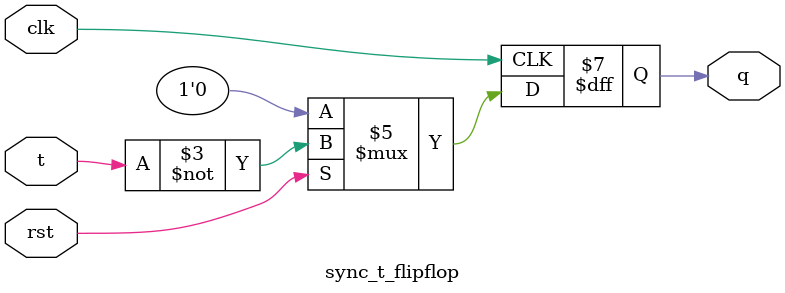
<source format=v>
`timescale 1ns / 1ps
module sync_t_flipflop(
      input clk,
      input t,
      input rst,
      output reg q
    );
  always@(posedge clk ) begin
  if (!rst)
    q<=0;
    else
    q<=~t;
  end
  
endmodule
</source>
